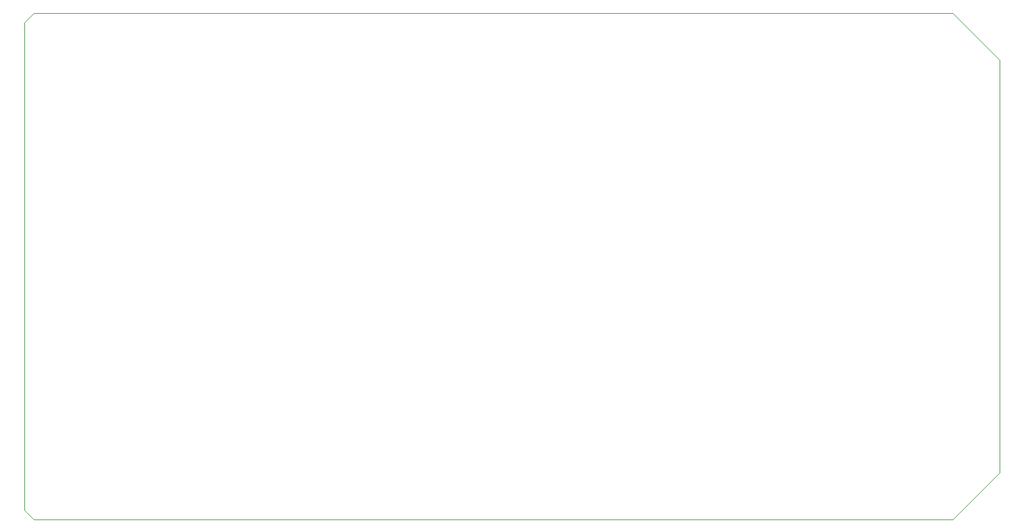
<source format=gko>
G04*
G04 #@! TF.GenerationSoftware,Altium Limited,Altium Designer,21.9.1 (22)*
G04*
G04 Layer_Color=16711935*
%FSLAX25Y25*%
%MOIN*%
G70*
G04*
G04 #@! TF.SameCoordinates,C109554B-D48E-4F6B-8FAB-988FC137D98F*
G04*
G04*
G04 #@! TF.FilePolarity,Positive*
G04*
G01*
G75*
%ADD36C,0.00100*%
D36*
X100000Y365000D02*
X100000Y105000D01*
X105000Y100000D01*
X595000Y100000D01*
X620000Y125000D01*
X620000Y345000D01*
X595000Y370000D02*
X620000Y345000D01*
X105000Y370000D02*
X595000D01*
X100000Y365000D02*
X105000Y370000D01*
M02*

</source>
